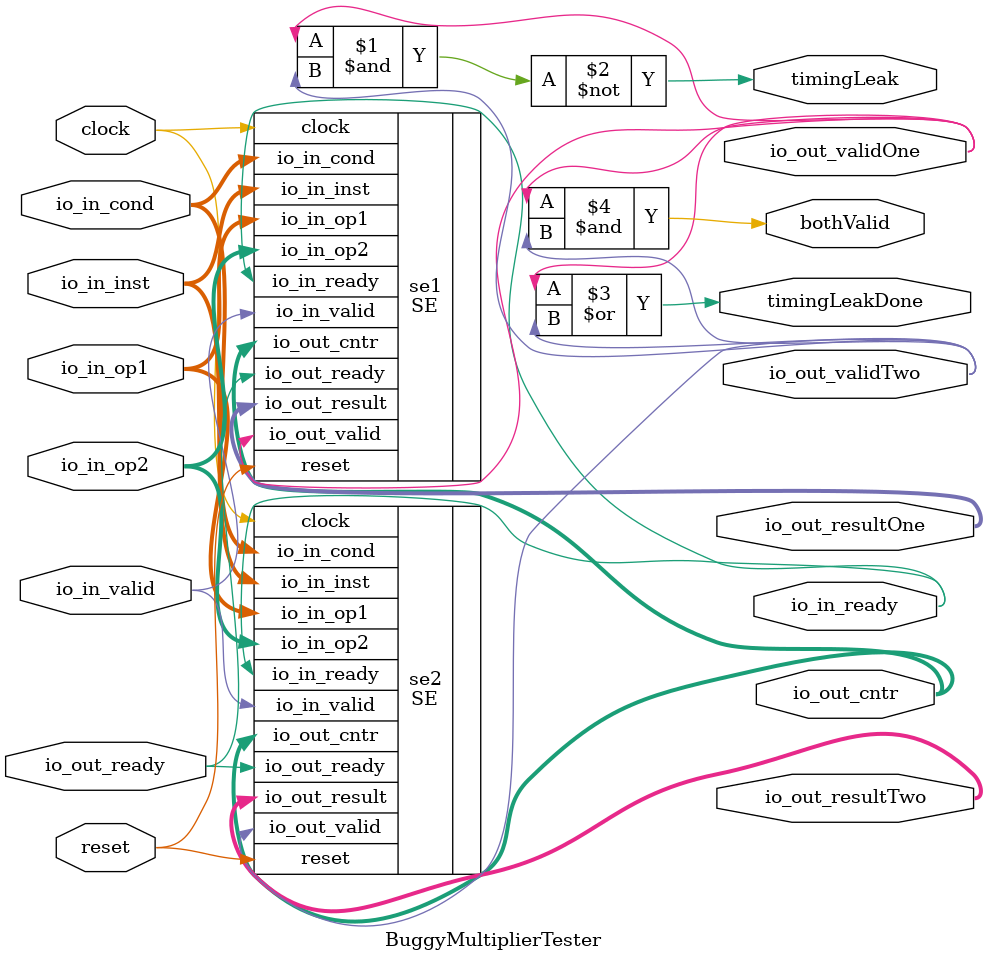
<source format=v>

`include "../SE_verilog/SE_buggy_multiplier.v"

module BuggyMultiplierTester (
  input clock,
  input reset,
  input [7:0] io_in_inst,
  input [127:0] io_in_op1,
  input [127:0] io_in_op2,
  input [127:0] io_in_cond,
  input  io_in_valid,
  output io_in_ready,
  output [127:0] io_out_resultOne,
  output [127:0] io_out_resultTwo,
  output io_out_validOne,
  output io_out_validTwo,
  input io_out_ready,
  output [7:0] io_out_cntr,
  output timingLeak,
  output timingLeakDone,
  output bothValid
);

SE se1(
  .clock(clock),
  .reset(reset),
  .io_in_inst(io_in_inst),
  .io_in_op1(io_in_op1),
  .io_in_op2(io_in_op2),
  .io_in_cond(io_in_cond),
  .io_in_valid(io_in_valid),
  .io_in_ready(io_in_ready),
  .io_out_result(io_out_resultOne),
  .io_out_valid(io_out_validOne),
  .io_out_ready(io_out_ready),
  .io_out_cntr(io_out_cntr)
);

SE se2(
  .clock(clock),
  .reset(reset),
  .io_in_inst(io_in_inst),
  .io_in_op1(io_in_op1),
  .io_in_op2(io_in_op2),
  .io_in_cond(io_in_cond),
  .io_in_valid(io_in_valid),
  .io_in_ready(io_in_ready),
  .io_out_result(io_out_resultTwo),
  .io_out_valid(io_out_validTwo),
  .io_out_ready(io_out_ready),
  .io_out_cntr(io_out_cntr)
);

assign timingLeak = ~(io_out_validOne & io_out_validTwo);
assign timingLeakDone = io_out_validOne | io_out_validTwo;
assign bothValid = io_out_validOne & io_out_validTwo;

endmodule
</source>
